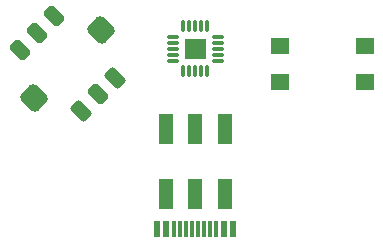
<source format=gbr>
%TF.GenerationSoftware,KiCad,Pcbnew,(6.0.6)*%
%TF.CreationDate,2022-09-17T17:37:14+02:00*%
%TF.ProjectId,Tiny handheld,54696e79-2068-4616-9e64-68656c642e6b,1.0*%
%TF.SameCoordinates,Original*%
%TF.FileFunction,Paste,Top*%
%TF.FilePolarity,Positive*%
%FSLAX46Y46*%
G04 Gerber Fmt 4.6, Leading zero omitted, Abs format (unit mm)*
G04 Created by KiCad (PCBNEW (6.0.6)) date 2022-09-17 17:37:14*
%MOMM*%
%LPD*%
G01*
G04 APERTURE LIST*
G04 Aperture macros list*
%AMRoundRect*
0 Rectangle with rounded corners*
0 $1 Rounding radius*
0 $2 $3 $4 $5 $6 $7 $8 $9 X,Y pos of 4 corners*
0 Add a 4 corners polygon primitive as box body*
4,1,4,$2,$3,$4,$5,$6,$7,$8,$9,$2,$3,0*
0 Add four circle primitives for the rounded corners*
1,1,$1+$1,$2,$3*
1,1,$1+$1,$4,$5*
1,1,$1+$1,$6,$7*
1,1,$1+$1,$8,$9*
0 Add four rect primitives between the rounded corners*
20,1,$1+$1,$2,$3,$4,$5,0*
20,1,$1+$1,$4,$5,$6,$7,0*
20,1,$1+$1,$6,$7,$8,$9,0*
20,1,$1+$1,$8,$9,$2,$3,0*%
G04 Aperture macros list end*
%ADD10C,0.010000*%
%ADD11R,1.200000X2.500000*%
%ADD12RoundRect,0.007800X-0.437200X-0.122200X0.437200X-0.122200X0.437200X0.122200X-0.437200X0.122200X0*%
%ADD13RoundRect,0.007800X0.122200X-0.437200X0.122200X0.437200X-0.122200X0.437200X-0.122200X-0.437200X0*%
%ADD14R,1.600000X1.400000*%
%ADD15RoundRect,0.460375X0.067352X-0.718420X0.718420X-0.067352X-0.067352X0.718420X-0.718420X0.067352X0*%
%ADD16RoundRect,0.285750X0.224506X-0.628618X0.628618X-0.224506X-0.224506X0.628618X-0.628618X0.224506X0*%
%ADD17RoundRect,0.269875X0.246957X-0.628618X0.628618X-0.246957X-0.246957X0.628618X-0.628618X0.246957X0*%
%ADD18R,0.600000X1.450000*%
%ADD19R,0.300000X1.450000*%
G04 APERTURE END LIST*
%TO.C,U2*%
G36*
X151808000Y-108718000D02*
G01*
X150168000Y-108718000D01*
X150168000Y-107078000D01*
X151808000Y-107078000D01*
X151808000Y-108718000D01*
G37*
D10*
X151808000Y-108718000D02*
X150168000Y-108718000D01*
X150168000Y-107078000D01*
X151808000Y-107078000D01*
X151808000Y-108718000D01*
%TD*%
D11*
%TO.C,S3*%
X153488000Y-114673000D03*
X150988000Y-114673000D03*
X148488000Y-114673000D03*
X153488000Y-120173000D03*
X150988000Y-120173000D03*
X148488000Y-120173000D03*
%TD*%
D12*
%TO.C,U2*%
X149078000Y-106898000D03*
X149078000Y-107398000D03*
X149078000Y-107898000D03*
X149078000Y-108398000D03*
X149078000Y-108898000D03*
D13*
X149988000Y-109808000D03*
X150488000Y-109808000D03*
X150988000Y-109808000D03*
X151488000Y-109808000D03*
X151988000Y-109808000D03*
D12*
X152898000Y-108898000D03*
X152898000Y-108398000D03*
X152898000Y-107898000D03*
X152898000Y-107398000D03*
X152898000Y-106898000D03*
D13*
X151988000Y-105988000D03*
X151488000Y-105988000D03*
X150988000Y-105988000D03*
X150488000Y-105988000D03*
X149988000Y-105988000D03*
%TD*%
D14*
%TO.C,S1*%
X165383000Y-110668000D03*
X158183000Y-110668000D03*
X165383000Y-107668000D03*
X158183000Y-107668000D03*
%TD*%
D15*
%TO.C,S2*%
X137311381Y-112033745D03*
X143058745Y-106286381D03*
D16*
X141352496Y-113201178D03*
D17*
X136143948Y-107992630D03*
D16*
X144226178Y-110327496D03*
D17*
X142789337Y-111764337D03*
X139017630Y-105118948D03*
X137580789Y-106555789D03*
%TD*%
D18*
%TO.C,J3*%
X147738000Y-123123000D03*
X148538000Y-123123000D03*
D19*
X149738000Y-123123000D03*
X150738000Y-123123000D03*
X151238000Y-123123000D03*
X152238000Y-123123000D03*
D18*
X154238000Y-123123000D03*
X153438000Y-123123000D03*
D19*
X152738000Y-123123000D03*
X151738000Y-123123000D03*
X150238000Y-123123000D03*
X149238000Y-123123000D03*
%TD*%
M02*

</source>
